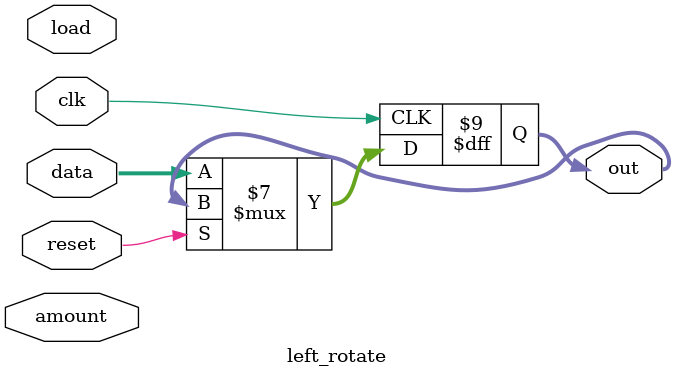
<source format=v>
module left_rotate(clk,reset,amount,data,load,out);
input clk,reset;
input [2:0] amount;
input [7:0] data;
input load;
output reg [7:0] out;
// when load is high, load data to out
// rotate the register out followed by shift left by amount bits
reg [7:0] shift_reg;

always @(posedge clk)
begin
    if (reset == 1'b1)
    begin
        shift_reg <= 0;
    end
    else
    begin
        shift_reg <= amount;
        out <= data;
    end
end

endmodule

</source>
